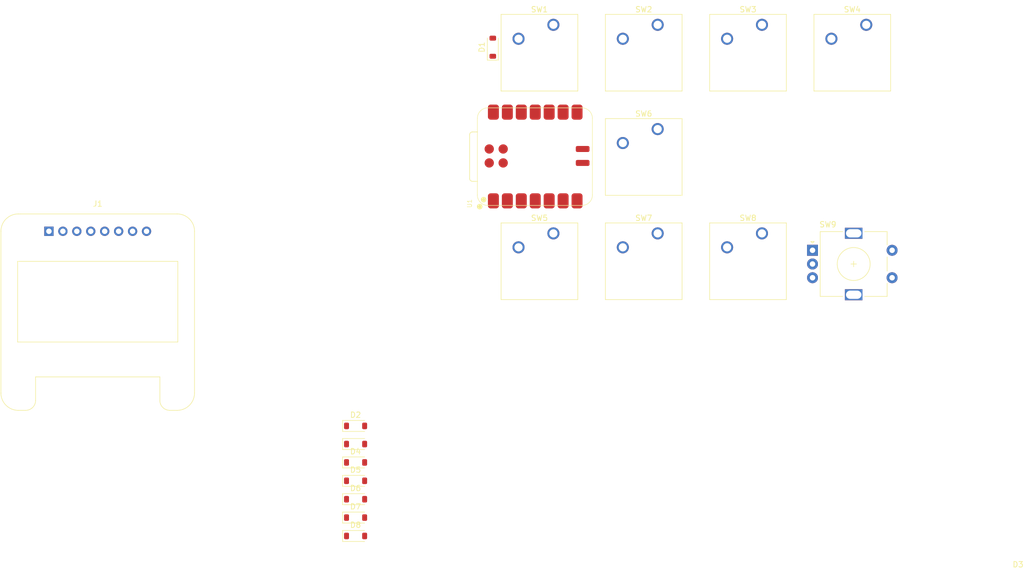
<source format=kicad_pcb>
(kicad_pcb (version 20240108) (generator "pcbnew") (generator_version "8.0")
  (layers (0 "F.Cu" signal) (31 "B.Cu" signal) (34 "B.Paste" user) (35 "F.Paste" user) (36 "B.SilkS" user "B.Silkscreen") (37 "F.SilkS" user "F.Silkscreen") (38 "B.Mask" user) (39 "F.Mask" user) (44 "Edge.Cuts" user))
  (net 0 "")
  (net 1 "ROW0")
  (net 2 "Net-(D1-A)")
  (net 3 "Net-(D2-A)")
  (net 4 "Net-(D3-A)")
  (net 5 "Net-(D4-A)")
  (net 6 "ROW1")
  (net 7 "Net-(D5-A)")
  (net 8 "Net-(D6-A)")
  (net 9 "Net-(D7-A)")
  (net 10 "Net-(D8-A)")
  (net 11 "COL0")
  (net 12 "COL1")
  (net 13 "COL2")
  (net 14 "COL3")
  (net 15 "GND")
  (net 16 "ROTB")
  (net 17 "ROTBTN")
  (net 18 "ROTA")
  (net 19 "VBUS")
  (net 20 "SDA")
  (net 21 "+3.3V")
  (net 22 "SCL")
  (footprint "Display:Adafruit_SSD1306" (layer "F.Cu") (at 55.632 77.536)
    (property "Reference" "J1" (at 8.89 -5 0) (layer "F.SilkS"))
    (property "Value" "OLED_128x32")
    (fp_line (start -8.746 0) (end -8.746 29.464) (stroke (width 0.12)) (layer "F.SilkS"))
    (fp_line (start -5.698 5.478) (end -5.698 20.176) (stroke (width 0.12)) (layer "F.SilkS"))
    (fp_line (start -5.698 5.478) (end 23.478 5.478) (stroke (width 0.12)) (layer "F.SilkS"))
    (fp_line (start -5.698 20.176) (end 23.478 20.176) (stroke (width 0.12)) (layer "F.SilkS"))
    (fp_line (start -4.238 32.622) (end -5.59 32.622) (stroke (width 0.12)) (layer "F.SilkS"))
    (fp_line (start -2.43 26.526) (end -2.43 30.814) (stroke (width 0.12)) (layer "F.SilkS"))
    (fp_line (start -2.43 26.526) (end 20.21 26.526) (stroke (width 0.12)) (layer "F.SilkS"))
    (fp_line (start 20.21 26.526) (end 20.21 30.814) (stroke (width 0.12)) (layer "F.SilkS"))
    (fp_line (start 22.018 32.622) (end 23.37 32.622) (stroke (width 0.12)) (layer "F.SilkS"))
    (fp_line (start 23.368 -3.158) (end -5.588 -3.158) (stroke (width 0.12)) (layer "F.SilkS"))
    (fp_line (start 23.478 5.478) (end 23.478 20.176) (stroke (width 0.12)) (layer "F.SilkS"))
    (fp_line (start 26.526 0) (end 26.526 29.464) (stroke (width 0.12)) (layer "F.SilkS"))
    (fp_arc (start -8.746 0) (mid -7.821043 -2.233043) (end -5.588 -3.158) (stroke (width 0.12)) (layer "F.SilkS"))
    (fp_arc (start -5.588 32.622) (mid -7.821043 31.697043) (end -8.746 29.464) (stroke (width 0.12)) (layer "F.SilkS"))
    (fp_arc (start -2.43 30.812) (mid -2.958137 32.091035) (end -4.236 32.622) (stroke (width 0.12)) (layer "F.SilkS"))
    (fp_arc (start 22.016 32.622) (mid 20.738137 32.091035) (end 20.21 30.812) (stroke (width 0.12)) (layer "F.SilkS"))
    (fp_arc (start 23.368 -3.158) (mid 25.601043 -2.233043) (end 26.526 0) (stroke (width 0.12)) (layer "F.SilkS"))
    (fp_arc (start 26.526 29.464) (mid 25.601043 31.697043) (end 23.368 32.622) (stroke (width 0.12)) (layer "F.SilkS"))
    (pad "" np_thru_hole circle (at -5.588 0) (size 2.7 2.7) (drill 2.7) (layers "*.Cu" "*.Mask" "In3.Cu" "In4.Cu" "In5.Cu" "In6.Cu" "In7.Cu" "In8.Cu" "In9.Cu" "In10.Cu" "In11.Cu" "In12.Cu" "In13.Cu" "In14.Cu" "In15.Cu" "In16.Cu" "In17.Cu" "In18.Cu" "In19.Cu" "In20.Cu" "In21.Cu" "In22.Cu" "In23.Cu" "In24.Cu" "In25.Cu" "In26.Cu" "In27.Cu" "In28.Cu" "In29.Cu" "In30.Cu"))
    (pad "" np_thru_hole circle (at -5.588 29.464) (size 2.7 2.7) (drill 2.7) (layers "*.Cu" "*.Mask" "In3.Cu" "In4.Cu" "In5.Cu" "In6.Cu" "In7.Cu" "In8.Cu" "In9.Cu" "In10.Cu" "In11.Cu" "In12.Cu" "In13.Cu" "In14.Cu" "In15.Cu" "In16.Cu" "In17.Cu" "In18.Cu" "In19.Cu" "In20.Cu" "In21.Cu" "In22.Cu" "In23.Cu" "In24.Cu" "In25.Cu" "In26.Cu" "In27.Cu" "In28.Cu" "In29.Cu" "In30.Cu"))
    (pad "" np_thru_hole circle (at 23.368 0) (size 2.7 2.7) (drill 2.7) (layers "*.Cu" "*.Mask" "In3.Cu" "In4.Cu" "In5.Cu" "In6.Cu" "In7.Cu" "In8.Cu" "In9.Cu" "In10.Cu" "In11.Cu" "In12.Cu" "In13.Cu" "In14.Cu" "In15.Cu" "In16.Cu" "In17.Cu" "In18.Cu" "In19.Cu" "In20.Cu" "In21.Cu" "In22.Cu" "In23.Cu" "In24.Cu" "In25.Cu" "In26.Cu" "In27.Cu" "In28.Cu" "In29.Cu" "In30.Cu"))
    (pad "" np_thru_hole circle (at 23.368 29.464) (size 2.7 2.7) (drill 2.7) (layers "*.Cu" "*.Mask" "In3.Cu" "In4.Cu" "In5.Cu" "In6.Cu" "In7.Cu" "In8.Cu" "In9.Cu" "In10.Cu" "In11.Cu" "In12.Cu" "In13.Cu" "In14.Cu" "In15.Cu" "In16.Cu" "In17.Cu" "In18.Cu" "In19.Cu" "In20.Cu" "In21.Cu" "In22.Cu" "In23.Cu" "In24.Cu" "In25.Cu" "In26.Cu" "In27.Cu" "In28.Cu" "In29.Cu" "In30.Cu"))
    (pad "1" thru_hole rect (at 0 0) (size 1.7 1.7) (drill 1) (layers "*.Cu" "*.Mask" "In3.Cu" "In4.Cu" "In5.Cu" "In6.Cu" "In7.Cu" "In8.Cu" "In9.Cu" "In10.Cu" "In11.Cu" "In12.Cu" "In13.Cu" "In14.Cu" "In15.Cu" "In16.Cu" "In17.Cu" "In18.Cu" "In19.Cu" "In20.Cu" "In21.Cu" "In22.Cu" "In23.Cu" "In24.Cu" "In25.Cu" "In26.Cu" "In27.Cu" "In28.Cu" "In29.Cu" "In30.Cu") (net 15 "GND"))
    (pad "2" thru_hole circle (at 2.54 0) (size 1.7 1.7) (drill 1) (layers "*.Cu" "*.Mask" "In3.Cu" "In4.Cu" "In5.Cu" "In6.Cu" "In7.Cu" "In8.Cu" "In9.Cu" "In10.Cu" "In11.Cu" "In12.Cu" "In13.Cu" "In14.Cu" "In15.Cu" "In16.Cu" "In17.Cu" "In18.Cu" "In19.Cu" "In20.Cu" "In21.Cu" "In22.Cu" "In23.Cu" "In24.Cu" "In25.Cu" "In26.Cu" "In27.Cu" "In28.Cu" "In29.Cu" "In30.Cu") (net 21 "+3.3V"))
    (pad "3" thru_hole circle (at 5.08 0) (size 1.7 1.7) (drill 1) (layers "*.Cu" "*.Mask" "In3.Cu" "In4.Cu" "In5.Cu" "In6.Cu" "In7.Cu" "In8.Cu" "In9.Cu" "In10.Cu" "In11.Cu" "In12.Cu" "In13.Cu" "In14.Cu" "In15.Cu" "In16.Cu" "In17.Cu" "In18.Cu" "In19.Cu" "In20.Cu" "In21.Cu" "In22.Cu" "In23.Cu" "In24.Cu" "In25.Cu" "In26.Cu" "In27.Cu" "In28.Cu" "In29.Cu" "In30.Cu") (net 22 "SCL"))
    (pad "4" thru_hole circle (at 7.62 0) (size 1.7 1.7) (drill 1) (layers "*.Cu" "*.Mask" "In3.Cu" "In4.Cu" "In5.Cu" "In6.Cu" "In7.Cu" "In8.Cu" "In9.Cu" "In10.Cu" "In11.Cu" "In12.Cu" "In13.Cu" "In14.Cu" "In15.Cu" "In16.Cu" "In17.Cu" "In18.Cu" "In19.Cu" "In20.Cu" "In21.Cu" "In22.Cu" "In23.Cu" "In24.Cu" "In25.Cu" "In26.Cu" "In27.Cu" "In28.Cu" "In29.Cu" "In30.Cu") (net 20 "SDA"))
    (pad "5" thru_hole circle (at 10.16 0) (size 1.7 1.7) (drill 1) (layers "*.Cu" "*.Mask" "In3.Cu" "In4.Cu" "In5.Cu" "In6.Cu" "In7.Cu" "In8.Cu" "In9.Cu" "In10.Cu" "In11.Cu" "In12.Cu" "In13.Cu" "In14.Cu" "In15.Cu" "In16.Cu" "In17.Cu" "In18.Cu" "In19.Cu" "In20.Cu" "In21.Cu" "In22.Cu" "In23.Cu" "In24.Cu" "In25.Cu" "In26.Cu" "In27.Cu" "In28.Cu" "In29.Cu" "In30.Cu"))
    (pad "6" thru_hole circle (at 12.7 0) (size 1.7 1.7) (drill 1) (layers "*.Cu" "*.Mask" "In3.Cu" "In4.Cu" "In5.Cu" "In6.Cu" "In7.Cu" "In8.Cu" "In9.Cu" "In10.Cu" "In11.Cu" "In12.Cu" "In13.Cu" "In14.Cu" "In15.Cu" "In16.Cu" "In17.Cu" "In18.Cu" "In19.Cu" "In20.Cu" "In21.Cu" "In22.Cu" "In23.Cu" "In24.Cu" "In25.Cu" "In26.Cu" "In27.Cu" "In28.Cu" "In29.Cu" "In30.Cu"))
    (pad "7" thru_hole circle (at 15.24 0) (size 1.7 1.7) (drill 1) (layers "*.Cu" "*.Mask" "In3.Cu" "In4.Cu" "In5.Cu" "In6.Cu" "In7.Cu" "In8.Cu" "In9.Cu" "In10.Cu" "In11.Cu" "In12.Cu" "In13.Cu" "In14.Cu" "In15.Cu" "In16.Cu" "In17.Cu" "In18.Cu" "In19.Cu" "In20.Cu" "In21.Cu" "In22.Cu" "In23.Cu" "In24.Cu" "In25.Cu" "In26.Cu" "In27.Cu" "In28.Cu" "In29.Cu" "In30.Cu"))
    (pad "8" thru_hole circle (at 17.78 0) (size 1.7 1.7) (drill 1) (layers "*.Cu" "*.Mask" "In3.Cu" "In4.Cu" "In5.Cu" "In6.Cu" "In7.Cu" "In8.Cu" "In9.Cu" "In10.Cu" "In11.Cu" "In12.Cu" "In13.Cu" "In14.Cu" "In15.Cu" "In16.Cu" "In17.Cu" "In18.Cu" "In19.Cu" "In20.Cu" "In21.Cu" "In22.Cu" "In23.Cu" "In24.Cu" "In25.Cu" "In26.Cu" "In27.Cu" "In28.Cu" "In29.Cu" "In30.Cu"))
  )
  (footprint "Diode_SMD:D_SOD-123" (layer "F.Cu") (at 111.5 133.05)
    (property "Reference" "D8" (at 0 -2 0) (layer "F.SilkS"))
    (property "Value" "D")
    (fp_line (start -2.36 -1) (end -2.36 1) (stroke (width 0.12)) (layer "F.SilkS"))
    (fp_line (start -2.36 -1) (end 1.65 -1) (stroke (width 0.12)) (layer "F.SilkS"))
    (fp_line (start -2.36 1) (end 1.65 1) (stroke (width 0.12)) (layer "F.SilkS"))
    (pad "1" smd roundrect (at -1.65 0) (size 0.9 1.2) (layers "F.Cu" "F.Paste" "F.Mask") (net 6 "ROW1"))
    (pad "2" smd roundrect (at 1.65 0) (size 0.9 1.2) (layers "F.Cu" "F.Paste" "F.Mask") (net 10 "Net-(D8-A)"))
  )
  (footprint "Diode_SMD:D_SOD-123" (layer "F.Cu") (at 111.5 119.65)
    (property "Reference" "D4" (at 0 -2 0) (layer "F.SilkS"))
    (property "Value" "D")
    (fp_line (start -2.36 -1) (end -2.36 1) (stroke (width 0.12)) (layer "F.SilkS"))
    (fp_line (start -2.36 -1) (end 1.65 -1) (stroke (width 0.12)) (layer "F.SilkS"))
    (fp_line (start -2.36 1) (end 1.65 1) (stroke (width 0.12)) (layer "F.SilkS"))
    (pad "1" smd roundrect (at -1.65 0) (size 0.9 1.2) (layers "F.Cu" "F.Paste" "F.Mask") (net 1 "ROW0"))
    (pad "2" smd roundrect (at 1.65 0) (size 0.9 1.2) (layers "F.Cu" "F.Paste" "F.Mask") (net 5 "Net-(D4-A)"))
  )
  (footprint "Button_Switch_Keyboard:SW_Cherry_MX_1.00u_PCB" (layer "F.Cu") (at 147.54 77.92)
    (property "Reference" "SW5" (at -2.54 -2.794 0) (layer "F.SilkS"))
    (property "Value" "Keyswitch")
    (fp_line (start -9.525 -1.905) (end 4.445 -1.905) (stroke (width 0.12)) (layer "F.SilkS"))
    (fp_line (start -9.525 12.065) (end -9.525 -1.905) (stroke (width 0.12)) (layer "F.SilkS"))
    (fp_line (start 4.445 -1.905) (end 4.445 12.065) (stroke (width 0.12)) (layer "F.SilkS"))
    (fp_line (start 4.445 12.065) (end -9.525 12.065) (stroke (width 0.12)) (layer "F.SilkS"))
    (pad "" np_thru_hole circle (at -7.62 5.08) (size 1.7 1.7) (drill 1.7) (layers "*.Cu" "*.Mask" "In3.Cu" "In4.Cu" "In5.Cu" "In6.Cu" "In7.Cu" "In8.Cu" "In9.Cu" "In10.Cu" "In11.Cu" "In12.Cu" "In13.Cu" "In14.Cu" "In15.Cu" "In16.Cu" "In17.Cu" "In18.Cu" "In19.Cu" "In20.Cu" "In21.Cu" "In22.Cu" "In23.Cu" "In24.Cu" "In25.Cu" "In26.Cu" "In27.Cu" "In28.Cu" "In29.Cu" "In30.Cu"))
    (pad "" np_thru_hole circle (at -2.54 5.08) (size 4 4) (drill 4) (layers "*.Cu" "*.Mask" "In3.Cu" "In4.Cu" "In5.Cu" "In6.Cu" "In7.Cu" "In8.Cu" "In9.Cu" "In10.Cu" "In11.Cu" "In12.Cu" "In13.Cu" "In14.Cu" "In15.Cu" "In16.Cu" "In17.Cu" "In18.Cu" "In19.Cu" "In20.Cu" "In21.Cu" "In22.Cu" "In23.Cu" "In24.Cu" "In25.Cu" "In26.Cu" "In27.Cu" "In28.Cu" "In29.Cu" "In30.Cu"))
    (pad "" np_thru_hole circle (at 2.54 5.08) (size 1.7 1.7) (drill 1.7) (layers "*.Cu" "*.Mask" "In3.Cu" "In4.Cu" "In5.Cu" "In6.Cu" "In7.Cu" "In8.Cu" "In9.Cu" "In10.Cu" "In11.Cu" "In12.Cu" "In13.Cu" "In14.Cu" "In15.Cu" "In16.Cu" "In17.Cu" "In18.Cu" "In19.Cu" "In20.Cu" "In21.Cu" "In22.Cu" "In23.Cu" "In24.Cu" "In25.Cu" "In26.Cu" "In27.Cu" "In28.Cu" "In29.Cu" "In30.Cu"))
    (pad "1" thru_hole circle (at 0 0) (size 2.2 2.2) (drill 1.5) (layers "*.Cu" "*.Mask" "In3.Cu" "In4.Cu" "In5.Cu" "In6.Cu" "In7.Cu" "In8.Cu" "In9.Cu" "In10.Cu" "In11.Cu" "In12.Cu" "In13.Cu" "In14.Cu" "In15.Cu" "In16.Cu" "In17.Cu" "In18.Cu" "In19.Cu" "In20.Cu" "In21.Cu" "In22.Cu" "In23.Cu" "In24.Cu" "In25.Cu" "In26.Cu" "In27.Cu" "In28.Cu" "In29.Cu" "In30.Cu") (net 11 "COL0"))
    (pad "2" thru_hole circle (at -6.35 2.54) (size 2.2 2.2) (drill 1.5) (layers "*.Cu" "*.Mask" "In3.Cu" "In4.Cu" "In5.Cu" "In6.Cu" "In7.Cu" "In8.Cu" "In9.Cu" "In10.Cu" "In11.Cu" "In12.Cu" "In13.Cu" "In14.Cu" "In15.Cu" "In16.Cu" "In17.Cu" "In18.Cu" "In19.Cu" "In20.Cu" "In21.Cu" "In22.Cu" "In23.Cu" "In24.Cu" "In25.Cu" "In26.Cu" "In27.Cu" "In28.Cu" "In29.Cu" "In30.Cu") (net 7 "Net-(D5-A)"))
  )
  (footprint "Button_Switch_Keyboard:SW_Cherry_MX_1.00u_PCB" (layer "F.Cu") (at 185.54 39.92)
    (property "Reference" "SW3" (at -2.54 -2.794 0) (layer "F.SilkS"))
    (property "Value" "Keyswitch")
    (fp_line (start -9.525 -1.905) (end 4.445 -1.905) (stroke (width 0.12)) (layer "F.SilkS"))
    (fp_line (start -9.525 12.065) (end -9.525 -1.905) (stroke (width 0.12)) (layer "F.SilkS"))
    (fp_line (start 4.445 -1.905) (end 4.445 12.065) (stroke (width 0.12)) (layer "F.SilkS"))
    (fp_line (start 4.445 12.065) (end -9.525 12.065) (stroke (width 0.12)) (layer "F.SilkS"))
    (pad "" np_thru_hole circle (at -7.62 5.08) (size 1.7 1.7) (drill 1.7) (layers "*.Cu" "*.Mask" "In3.Cu" "In4.Cu" "In5.Cu" "In6.Cu" "In7.Cu" "In8.Cu" "In9.Cu" "In10.Cu" "In11.Cu" "In12.Cu" "In13.Cu" "In14.Cu" "In15.Cu" "In16.Cu" "In17.Cu" "In18.Cu" "In19.Cu" "In20.Cu" "In21.Cu" "In22.Cu" "In23.Cu" "In24.Cu" "In25.Cu" "In26.Cu" "In27.Cu" "In28.Cu" "In29.Cu" "In30.Cu"))
    (pad "" np_thru_hole circle (at -2.54 5.08) (size 4 4) (drill 4) (layers "*.Cu" "*.Mask" "In3.Cu" "In4.Cu" "In5.Cu" "In6.Cu" "In7.Cu" "In8.Cu" "In9.Cu" "In10.Cu" "In11.Cu" "In12.Cu" "In13.Cu" "In14.Cu" "In15.Cu" "In16.Cu" "In17.Cu" "In18.Cu" "In19.Cu" "In20.Cu" "In21.Cu" "In22.Cu" "In23.Cu" "In24.Cu" "In25.Cu" "In26.Cu" "In27.Cu" "In28.Cu" "In29.Cu" "In30.Cu"))
    (pad "" np_thru_hole circle (at 2.54 5.08) (size 1.7 1.7) (drill 1.7) (layers "*.Cu" "*.Mask" "In3.Cu" "In4.Cu" "In5.Cu" "In6.Cu" "In7.Cu" "In8.Cu" "In9.Cu" "In10.Cu" "In11.Cu" "In12.Cu" "In13.Cu" "In14.Cu" "In15.Cu" "In16.Cu" "In17.Cu" "In18.Cu" "In19.Cu" "In20.Cu" "In21.Cu" "In22.Cu" "In23.Cu" "In24.Cu" "In25.Cu" "In26.Cu" "In27.Cu" "In28.Cu" "In29.Cu" "In30.Cu"))
    (pad "1" thru_hole circle (at 0 0) (size 2.2 2.2) (drill 1.5) (layers "*.Cu" "*.Mask" "In3.Cu" "In4.Cu" "In5.Cu" "In6.Cu" "In7.Cu" "In8.Cu" "In9.Cu" "In10.Cu" "In11.Cu" "In12.Cu" "In13.Cu" "In14.Cu" "In15.Cu" "In16.Cu" "In17.Cu" "In18.Cu" "In19.Cu" "In20.Cu" "In21.Cu" "In22.Cu" "In23.Cu" "In24.Cu" "In25.Cu" "In26.Cu" "In27.Cu" "In28.Cu" "In29.Cu" "In30.Cu") (net 13 "COL2"))
    (pad "2" thru_hole circle (at -6.35 2.54) (size 2.2 2.2) (drill 1.5) (layers "*.Cu" "*.Mask" "In3.Cu" "In4.Cu" "In5.Cu" "In6.Cu" "In7.Cu" "In8.Cu" "In9.Cu" "In10.Cu" "In11.Cu" "In12.Cu" "In13.Cu" "In14.Cu" "In15.Cu" "In16.Cu" "In17.Cu" "In18.Cu" "In19.Cu" "In20.Cu" "In21.Cu" "In22.Cu" "In23.Cu" "In24.Cu" "In25.Cu" "In26.Cu" "In27.Cu" "In28.Cu" "In29.Cu" "In30.Cu") (net 4 "Net-(D3-A)"))
  )
  (footprint "Button_Switch_Keyboard:SW_Cherry_MX_1.00u_PCB" (layer "F.Cu") (at 204.54 39.92)
    (property "Reference" "SW4" (at -2.54 -2.794 0) (layer "F.SilkS"))
    (property "Value" "Keyswitch")
    (fp_line (start -9.525 -1.905) (end 4.445 -1.905) (stroke (width 0.12)) (layer "F.SilkS"))
    (fp_line (start -9.525 12.065) (end -9.525 -1.905) (stroke (width 0.12)) (layer "F.SilkS"))
    (fp_line (start 4.445 -1.905) (end 4.445 12.065) (stroke (width 0.12)) (layer "F.SilkS"))
    (fp_line (start 4.445 12.065) (end -9.525 12.065) (stroke (width 0.12)) (layer "F.SilkS"))
    (pad "" np_thru_hole circle (at -7.62 5.08) (size 1.7 1.7) (drill 1.7) (layers "*.Cu" "*.Mask" "In3.Cu" "In4.Cu" "In5.Cu" "In6.Cu" "In7.Cu" "In8.Cu" "In9.Cu" "In10.Cu" "In11.Cu" "In12.Cu" "In13.Cu" "In14.Cu" "In15.Cu" "In16.Cu" "In17.Cu" "In18.Cu" "In19.Cu" "In20.Cu" "In21.Cu" "In22.Cu" "In23.Cu" "In24.Cu" "In25.Cu" "In26.Cu" "In27.Cu" "In28.Cu" "In29.Cu" "In30.Cu"))
    (pad "" np_thru_hole circle (at -2.54 5.08) (size 4 4) (drill 4) (layers "*.Cu" "*.Mask" "In3.Cu" "In4.Cu" "In5.Cu" "In6.Cu" "In7.Cu" "In8.Cu" "In9.Cu" "In10.Cu" "In11.Cu" "In12.Cu" "In13.Cu" "In14.Cu" "In15.Cu" "In16.Cu" "In17.Cu" "In18.Cu" "In19.Cu" "In20.Cu" "In21.Cu" "In22.Cu" "In23.Cu" "In24.Cu" "In25.Cu" "In26.Cu" "In27.Cu" "In28.Cu" "In29.Cu" "In30.Cu"))
    (pad "" np_thru_hole circle (at 2.54 5.08) (size 1.7 1.7) (drill 1.7) (layers "*.Cu" "*.Mask" "In3.Cu" "In4.Cu" "In5.Cu" "In6.Cu" "In7.Cu" "In8.Cu" "In9.Cu" "In10.Cu" "In11.Cu" "In12.Cu" "In13.Cu" "In14.Cu" "In15.Cu" "In16.Cu" "In17.Cu" "In18.Cu" "In19.Cu" "In20.Cu" "In21.Cu" "In22.Cu" "In23.Cu" "In24.Cu" "In25.Cu" "In26.Cu" "In27.Cu" "In28.Cu" "In29.Cu" "In30.Cu"))
    (pad "1" thru_hole circle (at 0 0) (size 2.2 2.2) (drill 1.5) (layers "*.Cu" "*.Mask" "In3.Cu" "In4.Cu" "In5.Cu" "In6.Cu" "In7.Cu" "In8.Cu" "In9.Cu" "In10.Cu" "In11.Cu" "In12.Cu" "In13.Cu" "In14.Cu" "In15.Cu" "In16.Cu" "In17.Cu" "In18.Cu" "In19.Cu" "In20.Cu" "In21.Cu" "In22.Cu" "In23.Cu" "In24.Cu" "In25.Cu" "In26.Cu" "In27.Cu" "In28.Cu" "In29.Cu" "In30.Cu") (net 14 "COL3"))
    (pad "2" thru_hole circle (at -6.35 2.54) (size 2.2 2.2) (drill 1.5) (layers "*.Cu" "*.Mask" "In3.Cu" "In4.Cu" "In5.Cu" "In6.Cu" "In7.Cu" "In8.Cu" "In9.Cu" "In10.Cu" "In11.Cu" "In12.Cu" "In13.Cu" "In14.Cu" "In15.Cu" "In16.Cu" "In17.Cu" "In18.Cu" "In19.Cu" "In20.Cu" "In21.Cu" "In22.Cu" "In23.Cu" "In24.Cu" "In25.Cu" "In26.Cu" "In27.Cu" "In28.Cu" "In29.Cu" "In30.Cu") (net 5 "Net-(D4-A)"))
  )
  (footprint "XIAO_PCB:XIAO-RP2040-SMD" (layer "F.Cu") (at 144.23025 63.9955 90)
    (property "Reference" "U1" (at -9.335 -11.5 90) (layer "F.SilkS") (effects (font (size 0.78232 0.78232) (thickness 0.10668)) (justify left bottom)))
    (property "Value" "XIAO-RP2040-DIP")
    (fp_line (start -3.936272 -11.947) (end 4.059 -11.947) (stroke (width 0.127)) (layer "F.SilkS"))
    (fp_line (start 4.559 -11.447) (end 4.559 -10.537) (stroke (width 0.127)) (layer "F.SilkS"))
    (fp_line (start 7.04 -10.537) (end -6.93 -10.537) (stroke (width 0.1)) (layer "F.SilkS"))
    (fp_line (start -4.44 -10.537) (end -4.436272 -11.447272) (stroke (width 0.127)) (layer "F.SilkS"))
    (fp_line (start 8.945 8.513) (end 8.945 -8.632) (stroke (width 0.1)) (layer "F.SilkS"))
    (fp_line (start -8.835 8.513) (end -8.835 -8.632) (stroke (width 0.1)) (layer "F.SilkS"))
    (fp_line (start -6.93 10.418) (end 7.04 10.418) (stroke (width 0.1)) (layer "F.SilkS"))
    (fp_arc (start 4.059 -11.947) (mid 4.412553 -11.800553) (end 4.559 -11.447) (stroke (width 0.127)) (layer "F.SilkS"))
    (fp_arc (start -4.436272 -11.447272) (mid -4.289724 -11.800644) (end -3.936272 -11.947) (stroke (width 0.127)) (layer "F.SilkS"))
    (fp_arc (start 7.04 -10.537) (mid 8.387038 -9.979038) (end 8.945 -8.632) (stroke (width 0.1)) (layer "F.SilkS"))
    (fp_arc (start -8.835 -8.636) (mid -8.277038 -9.983038) (end -6.93 -10.541) (stroke (width 0.1)) (layer "F.SilkS"))
    (fp_arc (start 8.945 8.513) (mid 8.387038 9.860038) (end 7.04 10.418) (stroke (width 0.1)) (layer "F.SilkS"))
    (fp_arc (start -6.93 10.418) (mid -8.277038 9.860038) (end -8.835 8.513) (stroke (width 0.1)) (layer "F.SilkS"))
    (fp_circle (center -9.045 -10.121) (end -9.045 -10.375) (stroke (width 0.5)) (fill solid) (layer "F.SilkS"))
    (fp_circle (center -7.771 -9.404) (end -7.771 -9.658) (stroke (width 0.5)) (fill solid) (layer "F.SilkS"))
    (pad "1" smd roundrect (at -8 -7.62 90) (size 2.75 2) (layers "F.Cu" "F.Paste" "F.Mask") (net 11 "COL0"))
    (pad "2" smd roundrect (at -8 -5.08 90) (size 2.75 2) (layers "F.Cu" "F.Paste" "F.Mask") (net 12 "COL1"))
    (pad "3" smd roundrect (at -8 -2.54 90) (size 2.75 2) (layers "F.Cu" "F.Paste" "F.Mask") (net 13 "COL2"))
    (pad "4" smd roundrect (at -8 0 90) (size 2.75 2) (layers "F.Cu" "F.Paste" "F.Mask") (net 14 "COL3"))
    (pad "5" smd roundrect (at -8 2.54 90) (size 2.75 2) (layers "F.Cu" "F.Paste" "F.Mask") (net 20 "SDA"))
    (pad "6" smd roundrect (at -8 5.08 90) (size 2.75 2) (layers "F.Cu" "F.Paste" "F.Mask") (net 22 "SCL"))
    (pad "7" smd roundrect (at -8 7.62 90) (size 2.75 2) (layers "F.Cu" "F.Paste" "F.Mask") (net 6 "ROW1"))
    (pad "8" smd roundrect (at 8.165 7.62 90) (size 2.75 2) (layers "F.Cu" "F.Paste" "F.Mask") (net 1 "ROW0"))
    (pad "9" smd roundrect (at 8.165 5.08 90) (size 2.75 2) (layers "F.Cu" "F.Paste" "F.Mask") (net 17 "ROTBTN"))
    (pad "10" smd roundrect (at 8.165 2.54 90) (size 2.75 2) (layers "F.Cu" "F.Paste" "F.Mask") (net 16 "ROTB"))
    (pad "11" smd roundrect (at 8.165 0 90) (size 2.75 2) (layers "F.Cu" "F.Paste" "F.Mask") (net 18 "ROTA"))
    (pad "12" smd roundrect (at 8.165 -2.54 90) (size 2.75 2) (layers "F.Cu" "F.Paste" "F.Mask") (net 21 "+3.3V"))
    (pad "13" smd roundrect (at 8.165 -5.08 90) (size 2.75 2) (layers "F.Cu" "F.Paste" "F.Mask") (net 15 "GND"))
    (pad "14" smd roundrect (at 8.165 -7.62 90) (size 2.75 2) (layers "F.Cu" "F.Paste" "F.Mask") (net 19 "VBUS"))
    (pad "15" smd roundrect (at -1.088 8.64) (size 2.5 1.1) (layers "F.Cu" "F.Paste" "F.Mask"))
    (pad "16" smd roundrect (at 1.452 8.64) (size 2.5 1.1) (layers "F.Cu" "F.Paste" "F.Mask"))
    (pad "17" smd circle (at -1.088 -8.378 90) (size 1.7 1.7) (layers "F.Cu" "F.Paste" "F.Mask"))
    (pad "18" smd circle (at 1.452 -8.378 90) (size 1.7 1.7) (layers "F.Cu" "F.Paste" "F.Mask"))
    (pad "19" smd circle (at -1.088 -5.838 90) (size 1.7 1.7) (layers "F.Cu" "F.Paste" "F.Mask"))
    (pad "20" smd circle (at 1.452 -5.838 90) (size 1.7 1.7) (layers "F.Cu" "F.Paste" "F.Mask"))
  )
  (footprint "Button_Switch_Keyboard:SW_Cherry_MX_1.00u_PCB" (layer "F.Cu") (at 166.54 58.92)
    (property "Reference" "SW6" (at -2.54 -2.794 0) (layer "F.SilkS"))
    (property "Value" "Keyswitch")
    (fp_line (start -9.525 -1.905) (end 4.445 -1.905) (stroke (width 0.12)) (layer "F.SilkS"))
    (fp_line (start -9.525 12.065) (end -9.525 -1.905) (stroke (width 0.12)) (layer "F.SilkS"))
    (fp_line (start 4.445 -1.905) (end 4.445 12.065) (stroke (width 0.12)) (layer "F.SilkS"))
    (fp_line (start 4.445 12.065) (end -9.525 12.065) (stroke (width 0.12)) (layer "F.SilkS"))
    (pad "" np_thru_hole circle (at -7.62 5.08) (size 1.7 1.7) (drill 1.7) (layers "*.Cu" "*.Mask" "In3.Cu" "In4.Cu" "In5.Cu" "In6.Cu" "In7.Cu" "In8.Cu" "In9.Cu" "In10.Cu" "In11.Cu" "In12.Cu" "In13.Cu" "In14.Cu" "In15.Cu" "In16.Cu" "In17.Cu" "In18.Cu" "In19.Cu" "In20.Cu" "In21.Cu" "In22.Cu" "In23.Cu" "In24.Cu" "In25.Cu" "In26.Cu" "In27.Cu" "In28.Cu" "In29.Cu" "In30.Cu"))
    (pad "" np_thru_hole circle (at -2.54 5.08) (size 4 4) (drill 4) (layers "*.Cu" "*.Mask" "In3.Cu" "In4.Cu" "In5.Cu" "In6.Cu" "In7.Cu" "In8.Cu" "In9.Cu" "In10.Cu" "In11.Cu" "In12.Cu" "In13.Cu" "In14.Cu" "In15.Cu" "In16.Cu" "In17.Cu" "In18.Cu" "In19.Cu" "In20.Cu" "In21.Cu" "In22.Cu" "In23.Cu" "In24.Cu" "In25.Cu" "In26.Cu" "In27.Cu" "In28.Cu" "In29.Cu" "In30.Cu"))
    (pad "" np_thru_hole circle (at 2.54 5.08) (size 1.7 1.7) (drill 1.7) (layers "*.Cu" "*.Mask" "In3.Cu" "In4.Cu" "In5.Cu" "In6.Cu" "In7.Cu" "In8.Cu" "In9.Cu" "In10.Cu" "In11.Cu" "In12.Cu" "In13.Cu" "In14.Cu" "In15.Cu" "In16.Cu" "In17.Cu" "In18.Cu" "In19.Cu" "In20.Cu" "In21.Cu" "In22.Cu" "In23.Cu" "In24.Cu" "In25.Cu" "In26.Cu" "In27.Cu" "In28.Cu" "In29.Cu" "In30.Cu"))
    (pad "1" thru_hole circle (at 0 0) (size 2.2 2.2) (drill 1.5) (layers "*.Cu" "*.Mask" "In3.Cu" "In4.Cu" "In5.Cu" "In6.Cu" "In7.Cu" "In8.Cu" "In9.Cu" "In10.Cu" "In11.Cu" "In12.Cu" "In13.Cu" "In14.Cu" "In15.Cu" "In16.Cu" "In17.Cu" "In18.Cu" "In19.Cu" "In20.Cu" "In21.Cu" "In22.Cu" "In23.Cu" "In24.Cu" "In25.Cu" "In26.Cu" "In27.Cu" "In28.Cu" "In29.Cu" "In30.Cu") (net 12 "COL1"))
    (pad "2" thru_hole circle (at -6.35 2.54) (size 2.2 2.2) (drill 1.5) (layers "*.Cu" "*.Mask" "In3.Cu" "In4.Cu" "In5.Cu" "In6.Cu" "In7.Cu" "In8.Cu" "In9.Cu" "In10.Cu" "In11.Cu" "In12.Cu" "In13.Cu" "In14.Cu" "In15.Cu" "In16.Cu" "In17.Cu" "In18.Cu" "In19.Cu" "In20.Cu" "In21.Cu" "In22.Cu" "In23.Cu" "In24.Cu" "In25.Cu" "In26.Cu" "In27.Cu" "In28.Cu" "In29.Cu" "In30.Cu") (net 8 "Net-(D6-A)"))
  )
  (footprint "Diode_SMD:D_SOD-123" (layer "F.Cu") (at 136.5 44 90)
    (property "Reference" "D1" (at 0 -2 90) (layer "F.SilkS"))
    (property "Value" "D")
    (fp_line (start -2.36 -1) (end 1.65 -1) (stroke (width 0.12)) (layer "F.SilkS"))
    (fp_line (start -2.36 -1) (end -2.36 1) (stroke (width 0.12)) (layer "F.SilkS"))
    (fp_line (start -2.36 1) (end 1.65 1) (stroke (width 0.12)) (layer "F.SilkS"))
    (pad "1" smd roundrect (at -1.65 0 90) (size 0.9 1.2) (layers "F.Cu" "F.Paste" "F.Mask") (net 1 "ROW0"))
    (pad "2" smd roundrect (at 1.65 0 90) (size 0.9 1.2) (layers "F.Cu" "F.Paste" "F.Mask") (net 2 "Net-(D1-A)"))
  )
  (footprint "Button_Switch_Keyboard:SW_Cherry_MX_1.00u_PCB" (layer "F.Cu") (at 166.54 39.92)
    (property "Reference" "SW2" (at -2.54 -2.794 0) (layer "F.SilkS"))
    (property "Value" "Keyswitch")
    (fp_line (start -9.525 -1.905) (end 4.445 -1.905) (stroke (width 0.12)) (layer "F.SilkS"))
    (fp_line (start -9.525 12.065) (end -9.525 -1.905) (stroke (width 0.12)) (layer "F.SilkS"))
    (fp_line (start 4.445 -1.905) (end 4.445 12.065) (stroke (width 0.12)) (layer "F.SilkS"))
    (fp_line (start 4.445 12.065) (end -9.525 12.065) (stroke (width 0.12)) (layer "F.SilkS"))
    (pad "" np_thru_hole circle (at -7.62 5.08) (size 1.7 1.7) (drill 1.7) (layers "*.Cu" "*.Mask" "In3.Cu" "In4.Cu" "In5.Cu" "In6.Cu" "In7.Cu" "In8.Cu" "In9.Cu" "In10.Cu" "In11.Cu" "In12.Cu" "In13.Cu" "In14.Cu" "In15.Cu" "In16.Cu" "In17.Cu" "In18.Cu" "In19.Cu" "In20.Cu" "In21.Cu" "In22.Cu" "In23.Cu" "In24.Cu" "In25.Cu" "In26.Cu" "In27.Cu" "In28.Cu" "In29.Cu" "In30.Cu"))
    (pad "" np_thru_hole circle (at -2.54 5.08) (size 4 4) (drill 4) (layers "*.Cu" "*.Mask" "In3.Cu" "In4.Cu" "In5.Cu" "In6.Cu" "In7.Cu" "In8.Cu" "In9.Cu" "In10.Cu" "In11.Cu" "In12.Cu" "In13.Cu" "In14.Cu" "In15.Cu" "In16.Cu" "In17.Cu" "In18.Cu" "In19.Cu" "In20.Cu" "In21.Cu" "In22.Cu" "In23.Cu" "In24.Cu" "In25.Cu" "In26.Cu" "In27.Cu" "In28.Cu" "In29.Cu" "In30.Cu"))
    (pad "" np_thru_hole circle (at 2.54 5.08) (size 1.7 1.7) (drill 1.7) (layers "*.Cu" "*.Mask" "In3.Cu" "In4.Cu" "In5.Cu" "In6.Cu" "In7.Cu" "In8.Cu" "In9.Cu" "In10.Cu" "In11.Cu" "In12.Cu" "In13.Cu" "In14.Cu" "In15.Cu" "In16.Cu" "In17.Cu" "In18.Cu" "In19.Cu" "In20.Cu" "In21.Cu" "In22.Cu" "In23.Cu" "In24.Cu" "In25.Cu" "In26.Cu" "In27.Cu" "In28.Cu" "In29.Cu" "In30.Cu"))
    (pad "1" thru_hole circle (at 0 0) (size 2.2 2.2) (drill 1.5) (layers "*.Cu" "*.Mask" "In3.Cu" "In4.Cu" "In5.Cu" "In6.Cu" "In7.Cu" "In8.Cu" "In9.Cu" "In10.Cu" "In11.Cu" "In12.Cu" "In13.Cu" "In14.Cu" "In15.Cu" "In16.Cu" "In17.Cu" "In18.Cu" "In19.Cu" "In20.Cu" "In21.Cu" "In22.Cu" "In23.Cu" "In24.Cu" "In25.Cu" "In26.Cu" "In27.Cu" "In28.Cu" "In29.Cu" "In30.Cu") (net 12 "COL1"))
    (pad "2" thru_hole circle (at -6.35 2.54) (size 2.2 2.2) (drill 1.5) (layers "*.Cu" "*.Mask" "In3.Cu" "In4.Cu" "In5.Cu" "In6.Cu" "In7.Cu" "In8.Cu" "In9.Cu" "In10.Cu" "In11.Cu" "In12.Cu" "In13.Cu" "In14.Cu" "In15.Cu" "In16.Cu" "In17.Cu" "In18.Cu" "In19.Cu" "In20.Cu" "In21.Cu" "In22.Cu" "In23.Cu" "In24.Cu" "In25.Cu" "In26.Cu" "In27.Cu" "In28.Cu" "In29.Cu" "In30.Cu") (net 3 "Net-(D2-A)"))
  )
  (footprint "Diode_SMD:D_SOD-123" (layer "F.Cu") (at 111.5 123)
    (property "Reference" "D5" (at 0 -2 0) (layer "F.SilkS"))
    (property "Value" "D")
    (fp_line (start -2.36 -1) (end -2.36 1) (stroke (width 0.12)) (layer "F.SilkS"))
    (fp_line (start -2.36 -1) (end 1.65 -1) (stroke (width 0.12)) (layer "F.SilkS"))
    (fp_line (start -2.36 1) (end 1.65 1) (stroke (width 0.12)) (layer "F.SilkS"))
    (pad "1" smd roundrect (at -1.65 0) (size 0.9 1.2) (layers "F.Cu" "F.Paste" "F.Mask") (net 6 "ROW1"))
    (pad "2" smd roundrect (at 1.65 0) (size 0.9 1.2) (layers "F.Cu" "F.Paste" "F.Mask") (net 7 "Net-(D5-A)"))
  )
  (footprint "Diode_SMD:D_SOD-123" (layer "F.Cu") (at 111.5 113)
    (property "Reference" "D2" (at 0 -2 0) (layer "F.SilkS"))
    (property "Value" "D")
    (fp_line (start -2.36 -1) (end -2.36 1) (stroke (width 0.12)) (layer "F.SilkS"))
    (fp_line (start -2.36 -1) (end 1.65 -1) (stroke (width 0.12)) (layer "F.SilkS"))
    (fp_line (start -2.36 1) (end 1.65 1) (stroke (width 0.12)) (layer "F.SilkS"))
    (pad "1" smd roundrect (at -1.65 0) (size 0.9 1.2) (layers "F.Cu" "F.Paste" "F.Mask") (net 1 "ROW0"))
    (pad "2" smd roundrect (at 1.65 0) (size 0.9 1.2) (layers "F.Cu" "F.Paste" "F.Mask") (net 3 "Net-(D2-A)"))
  )
  (footprint "Button_Switch_Keyboard:SW_Cherry_MX_1.00u_PCB" (layer "F.Cu") (at 185.54 77.92)
    (property "Reference" "SW8" (at -2.54 -2.794 0) (layer "F.SilkS"))
    (property "Value" "Keyswitch")
    (fp_line (start -9.525 -1.905) (end 4.445 -1.905) (stroke (width 0.12)) (layer "F.SilkS"))
    (fp_line (start -9.525 12.065) (end -9.525 -1.905) (stroke (width 0.12)) (layer "F.SilkS"))
    (fp_line (start 4.445 -1.905) (end 4.445 12.065) (stroke (width 0.12)) (layer "F.SilkS"))
    (fp_line (start 4.445 12.065) (end -9.525 12.065) (stroke (width 0.12)) (layer "F.SilkS"))
    (pad "" np_thru_hole circle (at -7.62 5.08) (size 1.7 1.7) (drill 1.7) (layers "*.Cu" "*.Mask" "In3.Cu" "In4.Cu" "In5.Cu" "In6.Cu" "In7.Cu" "In8.Cu" "In9.Cu" "In10.Cu" "In11.Cu" "In12.Cu" "In13.Cu" "In14.Cu" "In15.Cu" "In16.Cu" "In17.Cu" "In18.Cu" "In19.Cu" "In20.Cu" "In21.Cu" "In22.Cu" "In23.Cu" "In24.Cu" "In25.Cu" "In26.Cu" "In27.Cu" "In28.Cu" "In29.Cu" "In30.Cu"))
    (pad "" np_thru_hole circle (at -2.54 5.08) (size 4 4) (drill 4) (layers "*.Cu" "*.Mask" "In3.Cu" "In4.Cu" "In5.Cu" "In6.Cu" "In7.Cu" "In8.Cu" "In9.Cu" "In10.Cu" "In11.Cu" "In12.Cu" "In13.Cu" "In14.Cu" "In15.Cu" "In16.Cu" "In17.Cu" "In18.Cu" "In19.Cu" "In20.Cu" "In21.Cu" "In22.Cu" "In23.Cu" "In24.Cu" "In25.Cu" "In26.Cu" "In27.Cu" "In28.Cu" "In29.Cu" "In30.Cu"))
    (pad "" np_thru_hole circle (at 2.54 5.08) (size 1.7 1.7) (drill 1.7) (layers "*.Cu" "*.Mask" "In3.Cu" "In4.Cu" "In5.Cu" "In6.Cu" "In7.Cu" "In8.Cu" "In9.Cu" "In10.Cu" "In11.Cu" "In12.Cu" "In13.Cu" "In14.Cu" "In15.Cu" "In16.Cu" "In17.Cu" "In18.Cu" "In19.Cu" "In20.Cu" "In21.Cu" "In22.Cu" "In23.Cu" "In24.Cu" "In25.Cu" "In26.Cu" "In27.Cu" "In28.Cu" "In29.Cu" "In30.Cu"))
    (pad "1" thru_hole circle (at 0 0) (size 2.2 2.2) (drill 1.5) (layers "*.Cu" "*.Mask" "In3.Cu" "In4.Cu" "In5.Cu" "In6.Cu" "In7.Cu" "In8.Cu" "In9.Cu" "In10.Cu" "In11.Cu" "In12.Cu" "In13.Cu" "In14.Cu" "In15.Cu" "In16.Cu" "In17.Cu" "In18.Cu" "In19.Cu" "In20.Cu" "In21.Cu" "In22.Cu" "In23.Cu" "In24.Cu" "In25.Cu" "In26.Cu" "In27.Cu" "In28.Cu" "In29.Cu" "In30.Cu") (net 14 "COL3"))
    (pad "2" thru_hole circle (at -6.35 2.54) (size 2.2 2.2) (drill 1.5) (layers "*.Cu" "*.Mask" "In3.Cu" "In4.Cu" "In5.Cu" "In6.Cu" "In7.Cu" "In8.Cu" "In9.Cu" "In10.Cu" "In11.Cu" "In12.Cu" "In13.Cu" "In14.Cu" "In15.Cu" "In16.Cu" "In17.Cu" "In18.Cu" "In19.Cu" "In20.Cu" "In21.Cu" "In22.Cu" "In23.Cu" "In24.Cu" "In25.Cu" "In26.Cu" "In27.Cu" "In28.Cu" "In29.Cu" "In30.Cu") (net 10 "Net-(D8-A)"))
  )
  (footprint "Button_Switch_Keyboard:SW_Cherry_MX_1.00u_PCB" (layer "F.Cu") (at 147.54 39.92)
    (property "Reference" "SW1" (at -2.54 -2.794 0) (layer "F.SilkS"))
    (property "Value" "Keyswitch")
    (fp_line (start -9.525 -1.905) (end 4.445 -1.905) (stroke (width 0.12)) (layer "F.SilkS"))
    (fp_line (start -9.525 12.065) (end -9.525 -1.905) (stroke (width 0.12)) (layer "F.SilkS"))
    (fp_line (start 4.445 -1.905) (end 4.445 12.065) (stroke (width 0.12)) (layer "F.SilkS"))
    (fp_line (start 4.445 12.065) (end -9.525 12.065) (stroke (width 0.12)) (layer "F.SilkS"))
    (pad "" np_thru_hole circle (at -7.62 5.08) (size 1.7 1.7) (drill 1.7) (layers "*.Cu" "*.Mask" "In3.Cu" "In4.Cu" "In5.Cu" "In6.Cu" "In7.Cu" "In8.Cu" "In9.Cu" "In10.Cu" "In11.Cu" "In12.Cu" "In13.Cu" "In14.Cu" "In15.Cu" "In16.Cu" "In17.Cu" "In18.Cu" "In19.Cu" "In20.Cu" "In21.Cu" "In22.Cu" "In23.Cu" "In24.Cu" "In25.Cu" "In26.Cu" "In27.Cu" "In28.Cu" "In29.Cu" "In30.Cu"))
    (pad "" np_thru_hole circle (at -2.54 5.08) (size 4 4) (drill 4) (layers "*.Cu" "*.Mask" "In3.Cu" "In4.Cu" "In5.Cu" "In6.Cu" "In7.Cu" "In8.Cu" "In9.Cu" "In10.Cu" "In11.Cu" "In12.Cu" "In13.Cu" "In14.Cu" "In15.Cu" "In16.Cu" "In17.Cu" "In18.Cu" "In19.Cu" "In20.Cu" "In21.Cu" "In22.Cu" "In23.Cu" "In24.Cu" "In25.Cu" "In26.Cu" "In27.Cu" "In28.Cu" "In29.Cu" "In30.Cu"))
    (pad "" np_thru_hole circle (at 2.54 5.08) (size 1.7 1.7) (drill 1.7) (layers "*.Cu" "*.Mask" "In3.Cu" "In4.Cu" "In5.Cu" "In6.Cu" "In7.Cu" "In8.Cu" "In9.Cu" "In10.Cu" "In11.Cu" "In12.Cu" "In13.Cu" "In14.Cu" "In15.Cu" "In16.Cu" "In17.Cu" "In18.Cu" "In19.Cu" "In20.Cu" "In21.Cu" "In22.Cu" "In23.Cu" "In24.Cu" "In25.Cu" "In26.Cu" "In27.Cu" "In28.Cu" "In29.Cu" "In30.Cu"))
    (pad "1" thru_hole circle (at 0 0) (size 2.2 2.2) (drill 1.5) (layers "*.Cu" "*.Mask" "In3.Cu" "In4.Cu" "In5.Cu" "In6.Cu" "In7.Cu" "In8.Cu" "In9.Cu" "In10.Cu" "In11.Cu" "In12.Cu" "In13.Cu" "In14.Cu" "In15.Cu" "In16.Cu" "In17.Cu" "In18.Cu" "In19.Cu" "In20.Cu" "In21.Cu" "In22.Cu" "In23.Cu" "In24.Cu" "In25.Cu" "In26.Cu" "In27.Cu" "In28.Cu" "In29.Cu" "In30.Cu") (net 11 "COL0"))
    (pad "2" thru_hole circle (at -6.35 2.54) (size 2.2 2.2) (drill 1.5) (layers "*.Cu" "*.Mask" "In3.Cu" "In4.Cu" "In5.Cu" "In6.Cu" "In7.Cu" "In8.Cu" "In9.Cu" "In10.Cu" "In11.Cu" "In12.Cu" "In13.Cu" "In14.Cu" "In15.Cu" "In16.Cu" "In17.Cu" "In18.Cu" "In19.Cu" "In20.Cu" "In21.Cu" "In22.Cu" "In23.Cu" "In24.Cu" "In25.Cu" "In26.Cu" "In27.Cu" "In28.Cu" "In29.Cu" "In30.Cu") (net 2 "Net-(D1-A)"))
  )
  (footprint "Diode_SMD:D_SOD-123" (layer "F.Cu") (at 111.5 129.7)
    (property "Reference" "D7" (at 0 -2 0) (layer "F.SilkS"))
    (property "Value" "D")
    (fp_line (start -2.36 -1) (end -2.36 1) (stroke (width 0.12)) (layer "F.SilkS"))
    (fp_line (start -2.36 -1) (end 1.65 -1) (stroke (width 0.12)) (layer "F.SilkS"))
    (fp_line (start -2.36 1) (end 1.65 1) (stroke (width 0.12)) (layer "F.SilkS"))
    (pad "1" smd roundrect (at -1.65 0) (size 0.9 1.2) (layers "F.Cu" "F.Paste" "F.Mask") (net 6 "ROW1"))
    (pad "2" smd roundrect (at 1.65 0) (size 0.9 1.2) (layers "F.Cu" "F.Paste" "F.Mask") (net 9 "Net-(D7-A)"))
  )
  (footprint "Rotary_Encoder:RotaryEncoder_Alps_EC11E-Switch_Vertical_H20mm" (layer "F.Cu") (at 194.75 81)
    (property "Reference" "SW9" (at 2.8 -4.7 0) (layer "F.SilkS"))
    (property "Value" "RotaryEncoder_Switch")
    (fp_line (start -0.3 -1.6) (end 0.3 -1.6) (stroke (width 0.12)) (layer "F.SilkS"))
    (fp_line (start 0 -1.3) (end -0.3 -1.6) (stroke (width 0.12)) (layer "F.SilkS"))
    (fp_line (start 0.3 -1.6) (end 0 -1.3) (stroke (width 0.12)) (layer "F.SilkS"))
    (fp_line (start 1.4 -3.4) (end 1.4 8.4) (stroke (width 0.12)) (layer "F.SilkS"))
    (fp_line (start 5.5 -3.4) (end 1.4 -3.4) (stroke (width 0.12)) (layer "F.SilkS"))
    (fp_line (start 5.5 8.4) (end 1.4 8.4) (stroke (width 0.12)) (layer "F.SilkS"))
    (fp_line (start 7 2.5) (end 8 2.5) (stroke (width 0.12)) (layer "F.SilkS"))
    (fp_line (start 7.5 2) (end 7.5 3) (stroke (width 0.12)) (layer "F.SilkS"))
    (fp_line (start 9.5 -3.4) (end 13.6 -3.4) (stroke (width 0.12)) (layer "F.SilkS"))
    (fp_line (start 13.6 -3.4) (end 13.6 -1) (stroke (width 0.12)) (layer "F.SilkS"))
    (fp_line (start 13.6 1.2) (end 13.6 3.8) (stroke (width 0.12)) (layer "F.SilkS"))
    (fp_line (start 13.6 6) (end 13.6 8.4) (stroke (width 0.12)) (layer "F.SilkS"))
    (fp_line (start 13.6 8.4) (end 9.5 8.4) (stroke (width 0.12)) (layer "F.SilkS"))
    (fp_circle (center 7.5 2.5) (end 10.5 2.5) (stroke (width 0.12)) (fill none) (layer "F.SilkS"))
    (pad "A" thru_hole rect (at 0 0) (size 2 2) (drill 1) (layers "*.Cu" "*.Mask" "In3.Cu" "In4.Cu" "In5.Cu" "In6.Cu" "In7.Cu" "In8.Cu" "In9.Cu" "In10.Cu" "In11.Cu" "In12.Cu" "In13.Cu" "In14.Cu" "In15.Cu" "In16.Cu" "In17.Cu" "In18.Cu" "In19.Cu" "In20.Cu" "In21.Cu" "In22.Cu" "In23.Cu" "In24.Cu" "In25.Cu" "In26.Cu" "In27.Cu" "In28.Cu" "In29.Cu" "In30.Cu") (net 18 "ROTA"))
    (pad "B" thru_hole circle (at 0 5) (size 2 2) (drill 1) (layers "*.Cu" "*.Mask" "In3.Cu" "In4.Cu" "In5.Cu" "In6.Cu" "In7.Cu" "In8.Cu" "In9.Cu" "In10.Cu" "In11.Cu" "In12.Cu" "In13.Cu" "In14.Cu" "In15.Cu" "In16.Cu" "In17.Cu" "In18.Cu" "In19.Cu" "In20.Cu" "In21.Cu" "In22.Cu" "In23.Cu" "In24.Cu" "In25.Cu" "In26.Cu" "In27.Cu" "In28.Cu" "In29.Cu" "In30.Cu") (net 16 "ROTB"))
    (pad "C" thru_hole circle (at 0 2.5) (size 2 2) (drill 1) (layers "*.Cu" "*.Mask" "In3.Cu" "In4.Cu" "In5.Cu" "In6.Cu" "In7.Cu" "In8.Cu" "In9.Cu" "In10.Cu" "In11.Cu" "In12.Cu" "In13.Cu" "In14.Cu" "In15.Cu" "In16.Cu" "In17.Cu" "In18.Cu" "In19.Cu" "In20.Cu" "In21.Cu" "In22.Cu" "In23.Cu" "In24.Cu" "In25.Cu" "In26.Cu" "In27.Cu" "In28.Cu" "In29.Cu" "In30.Cu") (net 15 "GND"))
    (pad "MP" thru_hole rect (at 7.5 -3.1) (size 3.2 2) (drill oval 2.8 1.5) (layers "*.Cu" "*.Mask" "In3.Cu" "In4.Cu" "In5.Cu" "In6.Cu" "In7.Cu" "In8.Cu" "In9.Cu" "In10.Cu" "In11.Cu" "In12.Cu" "In13.Cu" "In14.Cu" "In15.Cu" "In16.Cu" "In17.Cu" "In18.Cu" "In19.Cu" "In20.Cu" "In21.Cu" "In22.Cu" "In23.Cu" "In24.Cu" "In25.Cu" "In26.Cu" "In27.Cu" "In28.Cu" "In29.Cu" "In30.Cu"))
    (pad "MP" thru_hole rect (at 7.5 8.1) (size 3.2 2) (drill oval 2.8 1.5) (layers "*.Cu" "*.Mask" "In3.Cu" "In4.Cu" "In5.Cu" "In6.Cu" "In7.Cu" "In8.Cu" "In9.Cu" "In10.Cu" "In11.Cu" "In12.Cu" "In13.Cu" "In14.Cu" "In15.Cu" "In16.Cu" "In17.Cu" "In18.Cu" "In19.Cu" "In20.Cu" "In21.Cu" "In22.Cu" "In23.Cu" "In24.Cu" "In25.Cu" "In26.Cu" "In27.Cu" "In28.Cu" "In29.Cu" "In30.Cu"))
    (pad "S1" thru_hole circle (at 14.5 5) (size 2 2) (drill 1) (layers "*.Cu" "*.Mask" "In3.Cu" "In4.Cu" "In5.Cu" "In6.Cu" "In7.Cu" "In8.Cu" "In9.Cu" "In10.Cu" "In11.Cu" "In12.Cu" "In13.Cu" "In14.Cu" "In15.Cu" "In16.Cu" "In17.Cu" "In18.Cu" "In19.Cu" "In20.Cu" "In21.Cu" "In22.Cu" "In23.Cu" "In24.Cu" "In25.Cu" "In26.Cu" "In27.Cu" "In28.Cu" "In29.Cu" "In30.Cu") (net 17 "ROTBTN"))
    (pad "S2" thru_hole circle (at 14.5 0) (size 2 2) (drill 1) (layers "*.Cu" "*.Mask" "In3.Cu" "In4.Cu" "In5.Cu" "In6.Cu" "In7.Cu" "In8.Cu" "In9.Cu" "In10.Cu" "In11.Cu" "In12.Cu" "In13.Cu" "In14.Cu" "In15.Cu" "In16.Cu" "In17.Cu" "In18.Cu" "In19.Cu" "In20.Cu" "In21.Cu" "In22.Cu" "In23.Cu" "In24.Cu" "In25.Cu" "In26.Cu" "In27.Cu" "In28.Cu" "In29.Cu" "In30.Cu") (net 15 "GND"))
  )
  (footprint "Button_Switch_Keyboard:SW_Cherry_MX_1.00u_PCB" (layer "F.Cu") (at 166.54 77.92)
    (property "Reference" "SW7" (at -2.54 -2.794 0) (layer "F.SilkS"))
    (property "Value" "Keyswitch")
    (fp_line (start -9.525 -1.905) (end 4.445 -1.905) (stroke (width 0.12)) (layer "F.SilkS"))
    (fp_line (start -9.525 12.065) (end -9.525 -1.905) (stroke (width 0.12)) (layer "F.SilkS"))
    (fp_line (start 4.445 -1.905) (end 4.445 12.065) (stroke (width 0.12)) (layer "F.SilkS"))
    (fp_line (start 4.445 12.065) (end -9.525 12.065) (stroke (width 0.12)) (layer "F.SilkS"))
    (pad "" np_thru_hole circle (at -7.62 5.08) (size 1.7 1.7) (drill 1.7) (layers "*.Cu" "*.Mask" "In3.Cu" "In4.Cu" "In5.Cu" "In6.Cu" "In7.Cu" "In8.Cu" "In9.Cu" "In10.Cu" "In11.Cu" "In12.Cu" "In13.Cu" "In14.Cu" "In15.Cu" "In16.Cu" "In17.Cu" "In18.Cu" "In19.Cu" "In20.Cu" "In21.Cu" "In22.Cu" "In23.Cu" "In24.Cu" "In25.Cu" "In26.Cu" "In27.Cu" "In28.Cu" "In29.Cu" "In30.Cu"))
    (pad "" np_thru_hole circle (at -2.54 5.08) (size 4 4) (drill 4) (layers "*.Cu" "*.Mask" "In3.Cu" "In4.Cu" "In5.Cu" "In6.Cu" "In7.Cu" "In8.Cu" "In9.Cu" "In10.Cu" "In11.Cu" "In12.Cu" "In13.Cu" "In14.Cu" "In15.Cu" "In16.Cu" "In17.Cu" "In18.Cu" "In19.Cu" "In20.Cu" "In21.Cu" "In22.Cu" "In23.Cu" "In24.Cu" "In25.Cu" "In26.Cu" "In27.Cu" "In28.Cu" "In29.Cu" "In30.Cu"))
    (pad "" np_thru_hole circle (at 2.54 5.08) (size 1.7 1.7) (drill 1.7) (layers "*.Cu" "*.Mask" "In3.Cu" "In4.Cu" "In5.Cu" "In6.Cu" "In7.Cu" "In8.Cu" "In9.Cu" "In10.Cu" "In11.Cu" "In12.Cu" "In13.Cu" "In14.Cu" "In15.Cu" "In16.Cu" "In17.Cu" "In18.Cu" "In19.Cu" "In20.Cu" "In21.Cu" "In22.Cu" "In23.Cu" "In24.Cu" "In25.Cu" "In26.Cu" "In27.Cu" "In28.Cu" "In29.Cu" "In30.Cu"))
    (pad "1" thru_hole circle (at 0 0) (size 2.2 2.2) (drill 1.5) (layers "*.Cu" "*.Mask" "In3.Cu" "In4.Cu" "In5.Cu" "In6.Cu" "In7.Cu" "In8.Cu" "In9.Cu" "In10.Cu" "In11.Cu" "In12.Cu" "In13.Cu" "In14.Cu" "In15.Cu" "In16.Cu" "In17.Cu" "In18.Cu" "In19.Cu" "In20.Cu" "In21.Cu" "In22.Cu" "In23.Cu" "In24.Cu" "In25.Cu" "In26.Cu" "In27.Cu" "In28.Cu" "In29.Cu" "In30.Cu") (net 13 "COL2"))
    (pad "2" thru_hole circle (at -6.35 2.54) (size 2.2 2.2) (drill 1.5) (layers "*.Cu" "*.Mask" "In3.Cu" "In4.Cu" "In5.Cu" "In6.Cu" "In7.Cu" "In8.Cu" "In9.Cu" "In10.Cu" "In11.Cu" "In12.Cu" "In13.Cu" "In14.Cu" "In15.Cu" "In16.Cu" "In17.Cu" "In18.Cu" "In19.Cu" "In20.Cu" "In21.Cu" "In22.Cu" "In23.Cu" "In24.Cu" "In25.Cu" "In26.Cu" "In27.Cu" "In28.Cu" "In29.Cu" "In30.Cu") (net 9 "Net-(D7-A)"))
  )
  (footprint "Diode_SMD:D_SOD-123" (layer "F.Cu") (at 111.5 116.3)
    (property "Reference" "D3" (at 120.695 21.955 0) (layer "F.SilkS"))
    (property "Value" "D")
    (fp_line (start -2.36 -1) (end -2.36 1) (stroke (width 0.12)) (layer "F.SilkS"))
    (fp_line (start -2.36 -1) (end 1.65 -1) (stroke (width 0.12)) (layer "F.SilkS"))
    (fp_line (start -2.36 1) (end 1.65 1) (stroke (width 0.12)) (layer "F.SilkS"))
    (pad "1" smd roundrect (at -1.65 0) (size 0.9 1.2) (layers "F.Cu" "F.Paste" "F.Mask") (net 1 "ROW0"))
    (pad "2" smd roundrect (at 1.65 0) (size 0.9 1.2) (layers "F.Cu" "F.Paste" "F.Mask") (net 4 "Net-(D3-A)"))
  )
  (footprint "Diode_SMD:D_SOD-123" (layer "F.Cu") (at 111.5 126.35)
    (property "Reference" "D6" (at 0 -2 0) (layer "F.SilkS"))
    (property "Value" "D")
    (fp_line (start -2.36 -1) (end -2.36 1) (stroke (width 0.12)) (layer "F.SilkS"))
    (fp_line (start -2.36 -1) (end 1.65 -1) (stroke (width 0.12)) (layer "F.SilkS"))
    (fp_line (start -2.36 1) (end 1.65 1) (stroke (width 0.12)) (layer "F.SilkS"))
    (pad "1" smd roundrect (at -1.65 0) (size 0.9 1.2) (layers "F.Cu" "F.Paste" "F.Mask") (net 6 "ROW1"))
    (pad "2" smd roundrect (at 1.65 0) (size 0.9 1.2) (layers "F.Cu" "F.Paste" "F.Mask") (net 8 "Net-(D6-A)"))
  )
)
</source>
